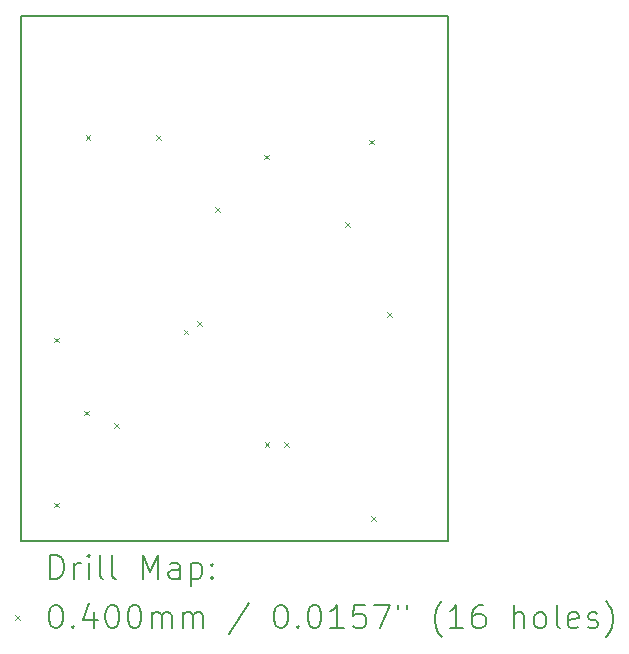
<source format=gbr>
%TF.GenerationSoftware,KiCad,Pcbnew,6.0.7+dfsg-3*%
%TF.CreationDate,2022-10-05T14:52:24+02:00*%
%TF.ProjectId,squeow,73717565-6f77-42e6-9b69-6361645f7063,rev?*%
%TF.SameCoordinates,Original*%
%TF.FileFunction,Drillmap*%
%TF.FilePolarity,Positive*%
%FSLAX45Y45*%
G04 Gerber Fmt 4.5, Leading zero omitted, Abs format (unit mm)*
G04 Created by KiCad (PCBNEW 6.0.7+dfsg-3) date 2022-10-05 14:52:24*
%MOMM*%
%LPD*%
G01*
G04 APERTURE LIST*
%ADD10C,0.150000*%
%ADD11C,0.200000*%
%ADD12C,0.040000*%
G04 APERTURE END LIST*
D10*
X1206500Y-1206500D02*
X4826000Y-1206500D01*
X4826000Y-1206500D02*
X4826000Y-5651500D01*
X4826000Y-5651500D02*
X1206500Y-5651500D01*
X1206500Y-5651500D02*
X1206500Y-1206500D01*
D11*
D12*
X1491300Y-3929700D02*
X1531300Y-3969700D01*
X1531300Y-3929700D02*
X1491300Y-3969700D01*
X1491300Y-5326700D02*
X1531300Y-5366700D01*
X1531300Y-5326700D02*
X1491300Y-5366700D01*
X1742760Y-4546920D02*
X1782760Y-4586920D01*
X1782760Y-4546920D02*
X1742760Y-4586920D01*
X1754150Y-2215200D02*
X1794150Y-2255200D01*
X1794150Y-2215200D02*
X1754150Y-2255200D01*
X1999300Y-4653600D02*
X2039300Y-4693600D01*
X2039300Y-4653600D02*
X1999300Y-4693600D01*
X2354900Y-2215200D02*
X2394900Y-2255200D01*
X2394900Y-2215200D02*
X2354900Y-2255200D01*
X2586040Y-3861120D02*
X2626040Y-3901120D01*
X2626040Y-3861120D02*
X2586040Y-3901120D01*
X2697800Y-3790000D02*
X2737800Y-3830000D01*
X2737800Y-3790000D02*
X2697800Y-3830000D01*
X2850200Y-2824800D02*
X2890200Y-2864800D01*
X2890200Y-2824800D02*
X2850200Y-2864800D01*
X3269300Y-2380300D02*
X3309300Y-2420300D01*
X3309300Y-2380300D02*
X3269300Y-2420300D01*
X3271840Y-4816160D02*
X3311840Y-4856160D01*
X3311840Y-4816160D02*
X3271840Y-4856160D01*
X3434400Y-4816160D02*
X3474400Y-4856160D01*
X3474400Y-4816160D02*
X3434400Y-4856160D01*
X3955100Y-2951800D02*
X3995100Y-2991800D01*
X3995100Y-2951800D02*
X3955100Y-2991800D01*
X4158300Y-2253300D02*
X4198300Y-2293300D01*
X4198300Y-2253300D02*
X4158300Y-2293300D01*
X4171000Y-5441000D02*
X4211000Y-5481000D01*
X4211000Y-5441000D02*
X4171000Y-5481000D01*
X4310700Y-3713800D02*
X4350700Y-3753800D01*
X4350700Y-3713800D02*
X4310700Y-3753800D01*
D11*
X1456619Y-5969476D02*
X1456619Y-5769476D01*
X1504238Y-5769476D01*
X1532809Y-5779000D01*
X1551857Y-5798048D01*
X1561381Y-5817095D01*
X1570905Y-5855190D01*
X1570905Y-5883762D01*
X1561381Y-5921857D01*
X1551857Y-5940905D01*
X1532809Y-5959952D01*
X1504238Y-5969476D01*
X1456619Y-5969476D01*
X1656619Y-5969476D02*
X1656619Y-5836143D01*
X1656619Y-5874238D02*
X1666143Y-5855190D01*
X1675667Y-5845667D01*
X1694714Y-5836143D01*
X1713762Y-5836143D01*
X1780428Y-5969476D02*
X1780428Y-5836143D01*
X1780428Y-5769476D02*
X1770905Y-5779000D01*
X1780428Y-5788524D01*
X1789952Y-5779000D01*
X1780428Y-5769476D01*
X1780428Y-5788524D01*
X1904238Y-5969476D02*
X1885190Y-5959952D01*
X1875667Y-5940905D01*
X1875667Y-5769476D01*
X2009000Y-5969476D02*
X1989952Y-5959952D01*
X1980428Y-5940905D01*
X1980428Y-5769476D01*
X2237571Y-5969476D02*
X2237571Y-5769476D01*
X2304238Y-5912333D01*
X2370905Y-5769476D01*
X2370905Y-5969476D01*
X2551857Y-5969476D02*
X2551857Y-5864714D01*
X2542333Y-5845667D01*
X2523286Y-5836143D01*
X2485190Y-5836143D01*
X2466143Y-5845667D01*
X2551857Y-5959952D02*
X2532810Y-5969476D01*
X2485190Y-5969476D01*
X2466143Y-5959952D01*
X2456619Y-5940905D01*
X2456619Y-5921857D01*
X2466143Y-5902809D01*
X2485190Y-5893286D01*
X2532810Y-5893286D01*
X2551857Y-5883762D01*
X2647095Y-5836143D02*
X2647095Y-6036143D01*
X2647095Y-5845667D02*
X2666143Y-5836143D01*
X2704238Y-5836143D01*
X2723286Y-5845667D01*
X2732810Y-5855190D01*
X2742333Y-5874238D01*
X2742333Y-5931381D01*
X2732810Y-5950428D01*
X2723286Y-5959952D01*
X2704238Y-5969476D01*
X2666143Y-5969476D01*
X2647095Y-5959952D01*
X2828048Y-5950428D02*
X2837571Y-5959952D01*
X2828048Y-5969476D01*
X2818524Y-5959952D01*
X2828048Y-5950428D01*
X2828048Y-5969476D01*
X2828048Y-5845667D02*
X2837571Y-5855190D01*
X2828048Y-5864714D01*
X2818524Y-5855190D01*
X2828048Y-5845667D01*
X2828048Y-5864714D01*
D12*
X1159000Y-6279000D02*
X1199000Y-6319000D01*
X1199000Y-6279000D02*
X1159000Y-6319000D01*
D11*
X1494714Y-6189476D02*
X1513762Y-6189476D01*
X1532809Y-6199000D01*
X1542333Y-6208524D01*
X1551857Y-6227571D01*
X1561381Y-6265667D01*
X1561381Y-6313286D01*
X1551857Y-6351381D01*
X1542333Y-6370428D01*
X1532809Y-6379952D01*
X1513762Y-6389476D01*
X1494714Y-6389476D01*
X1475667Y-6379952D01*
X1466143Y-6370428D01*
X1456619Y-6351381D01*
X1447095Y-6313286D01*
X1447095Y-6265667D01*
X1456619Y-6227571D01*
X1466143Y-6208524D01*
X1475667Y-6199000D01*
X1494714Y-6189476D01*
X1647095Y-6370428D02*
X1656619Y-6379952D01*
X1647095Y-6389476D01*
X1637571Y-6379952D01*
X1647095Y-6370428D01*
X1647095Y-6389476D01*
X1828048Y-6256143D02*
X1828048Y-6389476D01*
X1780428Y-6179952D02*
X1732809Y-6322809D01*
X1856619Y-6322809D01*
X1970905Y-6189476D02*
X1989952Y-6189476D01*
X2009000Y-6199000D01*
X2018524Y-6208524D01*
X2028048Y-6227571D01*
X2037571Y-6265667D01*
X2037571Y-6313286D01*
X2028048Y-6351381D01*
X2018524Y-6370428D01*
X2009000Y-6379952D01*
X1989952Y-6389476D01*
X1970905Y-6389476D01*
X1951857Y-6379952D01*
X1942333Y-6370428D01*
X1932809Y-6351381D01*
X1923286Y-6313286D01*
X1923286Y-6265667D01*
X1932809Y-6227571D01*
X1942333Y-6208524D01*
X1951857Y-6199000D01*
X1970905Y-6189476D01*
X2161381Y-6189476D02*
X2180429Y-6189476D01*
X2199476Y-6199000D01*
X2209000Y-6208524D01*
X2218524Y-6227571D01*
X2228048Y-6265667D01*
X2228048Y-6313286D01*
X2218524Y-6351381D01*
X2209000Y-6370428D01*
X2199476Y-6379952D01*
X2180429Y-6389476D01*
X2161381Y-6389476D01*
X2142333Y-6379952D01*
X2132810Y-6370428D01*
X2123286Y-6351381D01*
X2113762Y-6313286D01*
X2113762Y-6265667D01*
X2123286Y-6227571D01*
X2132810Y-6208524D01*
X2142333Y-6199000D01*
X2161381Y-6189476D01*
X2313762Y-6389476D02*
X2313762Y-6256143D01*
X2313762Y-6275190D02*
X2323286Y-6265667D01*
X2342333Y-6256143D01*
X2370905Y-6256143D01*
X2389952Y-6265667D01*
X2399476Y-6284714D01*
X2399476Y-6389476D01*
X2399476Y-6284714D02*
X2409000Y-6265667D01*
X2428048Y-6256143D01*
X2456619Y-6256143D01*
X2475667Y-6265667D01*
X2485190Y-6284714D01*
X2485190Y-6389476D01*
X2580429Y-6389476D02*
X2580429Y-6256143D01*
X2580429Y-6275190D02*
X2589952Y-6265667D01*
X2609000Y-6256143D01*
X2637571Y-6256143D01*
X2656619Y-6265667D01*
X2666143Y-6284714D01*
X2666143Y-6389476D01*
X2666143Y-6284714D02*
X2675667Y-6265667D01*
X2694714Y-6256143D01*
X2723286Y-6256143D01*
X2742333Y-6265667D01*
X2751857Y-6284714D01*
X2751857Y-6389476D01*
X3142333Y-6179952D02*
X2970905Y-6437095D01*
X3399476Y-6189476D02*
X3418524Y-6189476D01*
X3437571Y-6199000D01*
X3447095Y-6208524D01*
X3456619Y-6227571D01*
X3466143Y-6265667D01*
X3466143Y-6313286D01*
X3456619Y-6351381D01*
X3447095Y-6370428D01*
X3437571Y-6379952D01*
X3418524Y-6389476D01*
X3399476Y-6389476D01*
X3380428Y-6379952D01*
X3370905Y-6370428D01*
X3361381Y-6351381D01*
X3351857Y-6313286D01*
X3351857Y-6265667D01*
X3361381Y-6227571D01*
X3370905Y-6208524D01*
X3380428Y-6199000D01*
X3399476Y-6189476D01*
X3551857Y-6370428D02*
X3561381Y-6379952D01*
X3551857Y-6389476D01*
X3542333Y-6379952D01*
X3551857Y-6370428D01*
X3551857Y-6389476D01*
X3685190Y-6189476D02*
X3704238Y-6189476D01*
X3723286Y-6199000D01*
X3732809Y-6208524D01*
X3742333Y-6227571D01*
X3751857Y-6265667D01*
X3751857Y-6313286D01*
X3742333Y-6351381D01*
X3732809Y-6370428D01*
X3723286Y-6379952D01*
X3704238Y-6389476D01*
X3685190Y-6389476D01*
X3666143Y-6379952D01*
X3656619Y-6370428D01*
X3647095Y-6351381D01*
X3637571Y-6313286D01*
X3637571Y-6265667D01*
X3647095Y-6227571D01*
X3656619Y-6208524D01*
X3666143Y-6199000D01*
X3685190Y-6189476D01*
X3942333Y-6389476D02*
X3828048Y-6389476D01*
X3885190Y-6389476D02*
X3885190Y-6189476D01*
X3866143Y-6218048D01*
X3847095Y-6237095D01*
X3828048Y-6246619D01*
X4123286Y-6189476D02*
X4028048Y-6189476D01*
X4018524Y-6284714D01*
X4028048Y-6275190D01*
X4047095Y-6265667D01*
X4094714Y-6265667D01*
X4113762Y-6275190D01*
X4123286Y-6284714D01*
X4132809Y-6303762D01*
X4132809Y-6351381D01*
X4123286Y-6370428D01*
X4113762Y-6379952D01*
X4094714Y-6389476D01*
X4047095Y-6389476D01*
X4028048Y-6379952D01*
X4018524Y-6370428D01*
X4199476Y-6189476D02*
X4332810Y-6189476D01*
X4247095Y-6389476D01*
X4399476Y-6189476D02*
X4399476Y-6227571D01*
X4475667Y-6189476D02*
X4475667Y-6227571D01*
X4770905Y-6465667D02*
X4761381Y-6456143D01*
X4742333Y-6427571D01*
X4732810Y-6408524D01*
X4723286Y-6379952D01*
X4713762Y-6332333D01*
X4713762Y-6294238D01*
X4723286Y-6246619D01*
X4732810Y-6218048D01*
X4742333Y-6199000D01*
X4761381Y-6170428D01*
X4770905Y-6160905D01*
X4951857Y-6389476D02*
X4837571Y-6389476D01*
X4894714Y-6389476D02*
X4894714Y-6189476D01*
X4875667Y-6218048D01*
X4856619Y-6237095D01*
X4837571Y-6246619D01*
X5123286Y-6189476D02*
X5085190Y-6189476D01*
X5066143Y-6199000D01*
X5056619Y-6208524D01*
X5037571Y-6237095D01*
X5028048Y-6275190D01*
X5028048Y-6351381D01*
X5037571Y-6370428D01*
X5047095Y-6379952D01*
X5066143Y-6389476D01*
X5104238Y-6389476D01*
X5123286Y-6379952D01*
X5132810Y-6370428D01*
X5142333Y-6351381D01*
X5142333Y-6303762D01*
X5132810Y-6284714D01*
X5123286Y-6275190D01*
X5104238Y-6265667D01*
X5066143Y-6265667D01*
X5047095Y-6275190D01*
X5037571Y-6284714D01*
X5028048Y-6303762D01*
X5380429Y-6389476D02*
X5380429Y-6189476D01*
X5466143Y-6389476D02*
X5466143Y-6284714D01*
X5456619Y-6265667D01*
X5437571Y-6256143D01*
X5409000Y-6256143D01*
X5389952Y-6265667D01*
X5380429Y-6275190D01*
X5589952Y-6389476D02*
X5570905Y-6379952D01*
X5561381Y-6370428D01*
X5551857Y-6351381D01*
X5551857Y-6294238D01*
X5561381Y-6275190D01*
X5570905Y-6265667D01*
X5589952Y-6256143D01*
X5618524Y-6256143D01*
X5637571Y-6265667D01*
X5647095Y-6275190D01*
X5656619Y-6294238D01*
X5656619Y-6351381D01*
X5647095Y-6370428D01*
X5637571Y-6379952D01*
X5618524Y-6389476D01*
X5589952Y-6389476D01*
X5770905Y-6389476D02*
X5751857Y-6379952D01*
X5742333Y-6360905D01*
X5742333Y-6189476D01*
X5923286Y-6379952D02*
X5904238Y-6389476D01*
X5866143Y-6389476D01*
X5847095Y-6379952D01*
X5837571Y-6360905D01*
X5837571Y-6284714D01*
X5847095Y-6265667D01*
X5866143Y-6256143D01*
X5904238Y-6256143D01*
X5923286Y-6265667D01*
X5932809Y-6284714D01*
X5932809Y-6303762D01*
X5837571Y-6322809D01*
X6009000Y-6379952D02*
X6028048Y-6389476D01*
X6066143Y-6389476D01*
X6085190Y-6379952D01*
X6094714Y-6360905D01*
X6094714Y-6351381D01*
X6085190Y-6332333D01*
X6066143Y-6322809D01*
X6037571Y-6322809D01*
X6018524Y-6313286D01*
X6009000Y-6294238D01*
X6009000Y-6284714D01*
X6018524Y-6265667D01*
X6037571Y-6256143D01*
X6066143Y-6256143D01*
X6085190Y-6265667D01*
X6161381Y-6465667D02*
X6170905Y-6456143D01*
X6189952Y-6427571D01*
X6199476Y-6408524D01*
X6209000Y-6379952D01*
X6218524Y-6332333D01*
X6218524Y-6294238D01*
X6209000Y-6246619D01*
X6199476Y-6218048D01*
X6189952Y-6199000D01*
X6170905Y-6170428D01*
X6161381Y-6160905D01*
M02*

</source>
